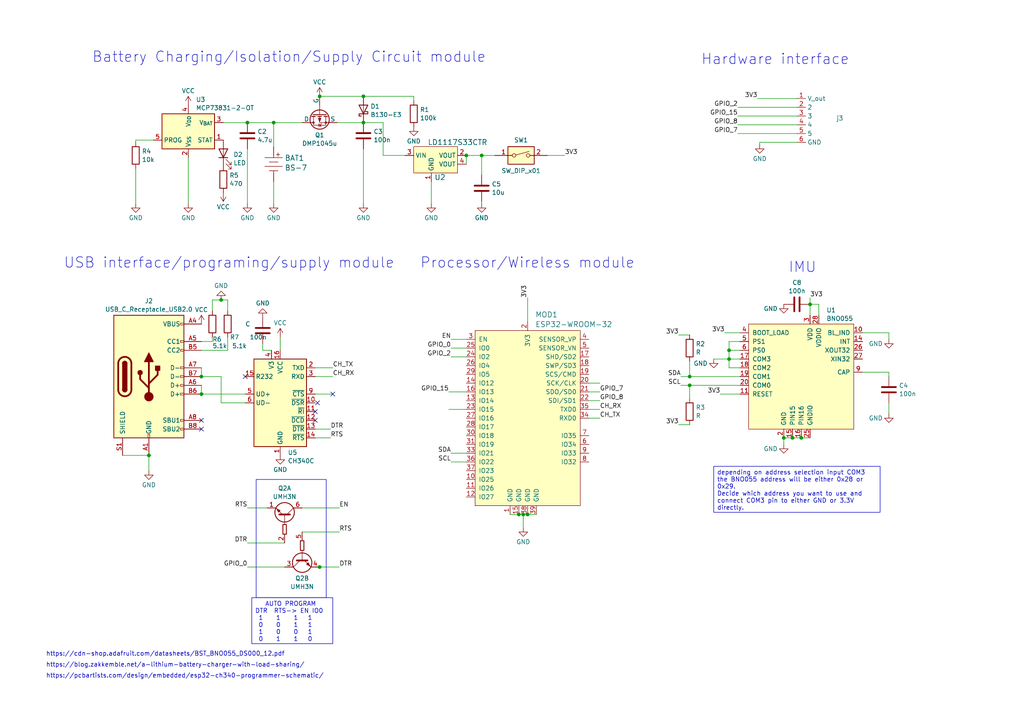
<source format=kicad_sch>
(kicad_sch (version 20230121) (generator eeschema)
  (paper "A4")
  (title_block (title "Haply interface for end effector") (date "2023-11-09") (rev "0") (company "Georgios Korres - AIMlab"))
  (lib_symbols
    (symbol "Battery_Management:MCP73831-2-OT"
      (property "Reference" "U" (at -7.62 6.35 0))
      (property "Value" "MCP73831-2-OT" (at 1.27 6.35 0))
      (symbol "MCP73831-2-OT_0_1"
        (rectangle (start -7.62 5.08) (end 7.62 -5.08) (stroke (width 0.254)) (fill (type background)))
      )
      (symbol "MCP73831-2-OT_1_1"
        (pin output line (at 10.16 -2.54 180) (length 2.54) (name "STAT") (number "1"))
        (pin power_in line (at 0 -7.62 90) (length 2.54) (name "V_{SS}") (number "2"))
        (pin power_out line (at 10.16 2.54 180) (length 2.54) (name "V_{BAT}") (number "3"))
        (pin power_in line (at 0 7.62 270) (length 2.54) (name "V_{DD}") (number "4"))
        (pin input line (at -10.16 -2.54 0) (length 2.54) (name "PROG") (number "5"))
      )
    )
    (symbol "Connector:USB_C_Receptacle_USB2.0" (pin_names (offset 1.016))
      (property "Reference" "J" (at -10.16 19.05 0))
      (property "Value" "USB_C_Receptacle_USB2.0" (at 19.05 19.05 0))
      (symbol "USB_C_Receptacle_USB2.0_0_0"
        (rectangle (start -0.254 -17.78) (end 0.254 -16.764))
        (rectangle (start 10.16 -14.986) (end 9.144 -15.494))
        (rectangle (start 10.16 -12.446) (end 9.144 -12.954))
        (rectangle (start 10.16 -4.826) (end 9.144 -5.334))
        (rectangle (start 10.16 -2.286) (end 9.144 -2.794))
        (rectangle (start 10.16 0.254) (end 9.144 -0.254))
        (rectangle (start 10.16 2.794) (end 9.144 2.286))
        (rectangle (start 10.16 7.874) (end 9.144 7.366))
        (rectangle (start 10.16 10.414) (end 9.144 9.906))
        (rectangle (start 10.16 15.494) (end 9.144 14.986))
      )
      (symbol "USB_C_Receptacle_USB2.0_0_1"
        (rectangle (start -10.16 17.78) (end 10.16 -17.78) (stroke (width 0.254)) (fill (type background)))
        (arc (start -8.89 -3.81) (mid -6.985 -5.7067) (end -5.08 -3.81) (stroke (width 0.508)))
        (arc (start -7.62 -3.81) (mid -6.985 -4.4423) (end -6.35 -3.81) (stroke (width 0.254)))
        (arc (start -7.62 -3.81) (mid -6.985 -4.4423) (end -6.35 -3.81) (stroke (width 0.254)) (fill (type outline)))
        (rectangle (start -7.62 -3.81) (end -6.35 3.81) (stroke (width 0.254)) (fill (type outline)))
        (arc (start -6.35 3.81) (mid -6.985 4.4423) (end -7.62 3.81) (stroke (width 0.254)))
        (arc (start -6.35 3.81) (mid -6.985 4.4423) (end -7.62 3.81) (stroke (width 0.254)) (fill (type outline)))
        (arc (start -5.08 3.81) (mid -6.985 5.7067) (end -8.89 3.81) (stroke (width 0.508)))
        (circle (center -2.54 1.143) (radius 0.635) (stroke (width 0.254)) (fill (type outline)))
        (circle (center 0 -5.842) (radius 1.27) (fill (type outline)))
        (polyline (pts (xy -8.89 -3.81) (xy -8.89 3.81)) (stroke (width 0.508)))
        (polyline (pts (xy -5.08 3.81) (xy -5.08 -3.81)) (stroke (width 0.508)))
        (polyline (pts (xy 0 -5.842) (xy 0 4.318)) (stroke (width 0.508)))
        (polyline (pts (xy 0 -3.302) (xy -2.54 -0.762) (xy -2.54 0.508)) (stroke (width 0.508)))
        (polyline (pts (xy 0 -2.032) (xy 2.54 0.508) (xy 2.54 1.778)) (stroke (width 0.508)))
        (polyline (pts (xy -1.27 4.318) (xy 0 6.858) (xy 1.27 4.318) (xy -1.27 4.318)) (stroke (width 0.254)) (fill (type outline)))
        (rectangle (start 1.905 1.778) (end 3.175 3.048) (stroke (width 0.254)) (fill (type outline)))
      )
      (symbol "USB_C_Receptacle_USB2.0_1_1"
        (pin passive line (at 0 -22.86 90) (length 5.08) (name "GND") (number "A1"))
        (pin passive line (at 0 -22.86 90) (length 5.08) hide (name "GND") (number "A12"))
        (pin passive line (at 15.24 15.24 180) (length 5.08) (name "VBUS") (number "A4"))
        (pin bidirectional line (at 15.24 10.16 180) (length 5.08) (name "CC1") (number "A5"))
        (pin bidirectional line (at 15.24 -2.54 180) (length 5.08) (name "D+") (number "A6"))
        (pin bidirectional line (at 15.24 2.54 180) (length 5.08) (name "D-") (number "A7"))
        (pin bidirectional line (at 15.24 -12.7 180) (length 5.08) (name "SBU1") (number "A8"))
        (pin passive line (at 15.24 15.24 180) (length 5.08) hide (name "VBUS") (number "A9"))
        (pin passive line (at 0 -22.86 90) (length 5.08) hide (name "GND") (number "B1"))
        (pin passive line (at 0 -22.86 90) (length 5.08) hide (name "GND") (number "B12"))
        (pin passive line (at 15.24 15.24 180) (length 5.08) hide (name "VBUS") (number "B4"))
        (pin bidirectional line (at 15.24 7.62 180) (length 5.08) (name "CC2") (number "B5"))
        (pin bidirectional line (at 15.24 -5.08 180) (length 5.08) (name "D+") (number "B6"))
        (pin bidirectional line (at 15.24 0 180) (length 5.08) (name "D-") (number "B7"))
        (pin bidirectional line (at 15.24 -15.24 180) (length 5.08) (name "SBU2") (number "B8"))
        (pin passive line (at 15.24 15.24 180) (length 5.08) hide (name "VBUS") (number "B9"))
        (pin passive line (at -7.62 -22.86 90) (length 5.08) (name "SHIELD") (number "S1"))
      )
    )
    (symbol "ConnectorLib:connector_Haply"
      (property "Reference" "j" (at 0 0 0))
      (symbol "connector_Haply_1_1"
        (pin output line (at 0 6.35 0) (length 2.54) (name "V_out") (number "1"))
        (pin output line (at 0 3.81 0) (length 2.54) (name "2") (number "2"))
        (pin output line (at 0 1.27 0) (length 2.54) (name "3") (number "3"))
        (pin output line (at 0 -1.27 0) (length 2.54) (name "4") (number "4"))
        (pin output line (at 0 -3.81 0) (length 2.54) (name "5") (number "5"))
        (pin output line (at 0 -6.35 0) (length 2.54) (name "GND") (number "6"))
      )
    )
    (symbol "Device:C" (pin_numbers hide) (pin_names (offset 0.254))
      (property "Reference" "C" (at 0.635 2.54 0))
      (property "Value" "C" (at 0.635 -2.54 0))
      (symbol "C_0_1"
        (polyline (pts (xy -2.032 -0.762) (xy 2.032 -0.762)) (stroke (width 0.508)))
        (polyline (pts (xy -2.032 0.762) (xy 2.032 0.762)) (stroke (width 0.508)))
      )
      (symbol "C_1_1"
        (pin passive line (at 0 3.81 270) (length 2.794) (name "~") (number "1"))
        (pin passive line (at 0 -3.81 90) (length 2.794) (name "~") (number "2"))
      )
    )
    (symbol "Device:LED" (pin_numbers hide) (pin_names (offset 1.016) hide)
      (property "Reference" "D" (at 0 2.54 0))
      (property "Value" "LED" (at 0 -2.54 0))
      (symbol "LED_0_1"
        (polyline (pts (xy -1.27 -1.27) (xy -1.27 1.27)) (stroke (width 0.254)))
        (polyline (pts (xy -1.27 0) (xy 1.27 0)))
        (polyline (pts (xy 1.27 -1.27) (xy 1.27 1.27) (xy -1.27 0) (xy 1.27 -1.27)) (stroke (width 0.254)))
        (polyline (pts (xy -3.048 -0.762) (xy -4.572 -2.286) (xy -3.81 -2.286) (xy -4.572 -2.286) (xy -4.572 -1.524)))
        (polyline (pts (xy -1.778 -0.762) (xy -3.302 -2.286) (xy -2.54 -2.286) (xy -3.302 -2.286) (xy -3.302 -1.524)))
      )
      (symbol "LED_1_1"
        (pin passive line (at -3.81 0 0) (length 2.54) (name "K") (number "1"))
        (pin passive line (at 3.81 0 180) (length 2.54) (name "A") (number "2"))
      )
    )
    (symbol "Device:R" (pin_numbers hide) (pin_names (offset 0))
      (property "Reference" "R" (at 2.032 0 90))
      (property "Value" "R" (at 0 0 90))
      (symbol "R_0_1"
        (rectangle (start -1.016 -2.54) (end 1.016 2.54) (stroke (width 0.254)))
      )
      (symbol "R_1_1"
        (pin passive line (at 0 3.81 270) (length 1.27) (name "~") (number "1"))
        (pin passive line (at 0 -3.81 90) (length 1.27) (name "~") (number "2"))
      )
    )
    (symbol "Diode:B130-E3" (pin_numbers hide) (pin_names hide)
      (property "Reference" "D" (at 0 2.54 0))
      (property "Value" "B130-E3" (at 0 -2.54 0))
      (symbol "B130-E3_0_1"
        (polyline (pts (xy 1.27 0) (xy -1.27 0)))
        (polyline (pts (xy 1.27 1.27) (xy 1.27 -1.27) (xy -1.27 0) (xy 1.27 1.27)) (stroke (width 0.254)))
        (polyline (pts (xy -1.905 0.635) (xy -1.905 1.27) (xy -1.27 1.27) (xy -1.27 -1.27) (xy -0.635 -1.27) (xy -0.635 -0.635)) (stroke (width 0.254)))
      )
      (symbol "B130-E3_1_1"
        (pin passive line (at -3.81 0 0) (length 2.54) (name "K") (number "1"))
        (pin passive line (at 3.81 0 180) (length 2.54) (name "A") (number "2"))
      )
    )
    (symbol "Interface_USB:CH340C"
      (property "Reference" "U" (at -5.08 13.97 0))
      (property "Value" "CH340C" (at 1.27 13.97 0))
      (symbol "CH340C_0_1"
        (rectangle (start -7.62 12.7) (end 7.62 -12.7) (stroke (width 0.254)) (fill (type background)))
      )
      (symbol "CH340C_1_1"
        (pin power_in line (at 0 -15.24 90) (length 2.54) (name "GND") (number "1"))
        (pin input line (at 10.16 0 180) (length 2.54) (name "~{DSR}") (number "10"))
        (pin input line (at 10.16 -2.54 180) (length 2.54) (name "~{RI}") (number "11"))
        (pin input line (at 10.16 -5.08 180) (length 2.54) (name "~{DCD}") (number "12"))
        (pin output line (at 10.16 -7.62 180) (length 2.54) (name "~{DTR}") (number "13"))
        (pin output line (at 10.16 -10.16 180) (length 2.54) (name "~{RTS}") (number "14"))
        (pin input line (at -10.16 7.62 0) (length 2.54) (name "R232") (number "15"))
        (pin power_in line (at 0 15.24 270) (length 2.54) (name "VCC") (number "16"))
        (pin output line (at 10.16 10.16 180) (length 2.54) (name "TXD") (number "2"))
        (pin input line (at 10.16 7.62 180) (length 2.54) (name "RXD") (number "3"))
        (pin passive line (at -2.54 15.24 270) (length 2.54) (name "V3") (number "4"))
        (pin bidirectional line (at -10.16 2.54 0) (length 2.54) (name "UD+") (number "5"))
        (pin bidirectional line (at -10.16 0 0) (length 2.54) (name "UD-") (number "6"))
        (pin no_connect line (at -7.62 -7.62 0) (length 2.54) hide (name "NC") (number "7"))
        (pin no_connect line (at -7.62 -10.16 0) (length 2.54) hide (name "NC") (number "8"))
        (pin input line (at 10.16 2.54 180) (length 2.54) (name "~{CTS}") (number "9"))
      )
    )
    (symbol "Simulation_SPICE:PMOS" (pin_numbers hide) (pin_names (offset 0))
      (property "Reference" "Q" (at 5.08 1.27 0))
      (property "Value" "PMOS" (at 5.08 -1.27 0))
      (symbol "PMOS_0_1"
        (polyline (pts (xy 0.254 0) (xy -2.54 0)))
        (polyline (pts (xy 0.254 1.905) (xy 0.254 -1.905)) (stroke (width 0.254)))
        (polyline (pts (xy 0.762 -1.27) (xy 0.762 -2.286)) (stroke (width 0.254)))
        (polyline (pts (xy 0.762 0.508) (xy 0.762 -0.508)) (stroke (width 0.254)))
        (polyline (pts (xy 0.762 2.286) (xy 0.762 1.27)) (stroke (width 0.254)))
        (polyline (pts (xy 2.54 2.54) (xy 2.54 1.778)))
        (polyline (pts (xy 2.54 -2.54) (xy 2.54 0) (xy 0.762 0)))
        (polyline (pts (xy 0.762 1.778) (xy 3.302 1.778) (xy 3.302 -1.778) (xy 0.762 -1.778)))
        (polyline (pts (xy 2.286 0) (xy 1.27 0.381) (xy 1.27 -0.381) (xy 2.286 0)) (fill (type outline)))
        (polyline (pts (xy 2.794 -0.508) (xy 2.921 -0.381) (xy 3.683 -0.381) (xy 3.81 -0.254)))
        (polyline (pts (xy 3.302 -0.381) (xy 2.921 0.254) (xy 3.683 0.254) (xy 3.302 -0.381)))
        (circle (center 1.651 0) (radius 2.794) (stroke (width 0.254)))
        (circle (center 2.54 -1.778) (radius 0.254) (fill (type outline)))
        (circle (center 2.54 1.778) (radius 0.254) (fill (type outline)))
      )
      (symbol "PMOS_1_1"
        (pin passive line (at 2.54 5.08 270) (length 2.54) (name "D") (number "1"))
        (pin input line (at -5.08 0 0) (length 2.54) (name "G") (number "2"))
        (pin passive line (at 2.54 -5.08 90) (length 2.54) (name "S") (number "3"))
      )
    )
    (symbol "Switch:SW_DIP_x01" (pin_names (offset 0) hide)
      (property "Reference" "SW" (at 0 3.81 0))
      (property "Value" "SW_DIP_x01" (at 0 -3.81 0))
      (symbol "SW_DIP_x01_0_0"
        (circle (center -2.032 0) (radius 0.508))
        (polyline (pts (xy -1.524 0.127) (xy 2.3622 1.1684)))
        (circle (center 2.032 0) (radius 0.508))
      )
      (symbol "SW_DIP_x01_0_1"
        (rectangle (start -3.81 2.54) (end 3.81 -2.54) (stroke (width 0.254)) (fill (type background)))
      )
      (symbol "SW_DIP_x01_1_1"
        (pin passive line (at -7.62 0 0) (length 5.08) (name "~") (number "1"))
        (pin passive line (at 7.62 0 180) (length 5.08) (name "~") (number "2"))
      )
    )
    (symbol "Transistor_BJT:UMH3N" (pin_names hide)
      (property "Reference" "Q" (at 7.62 1.27 0))
      (property "Value" "UMH3N" (at 7.62 -1.27 0))
      (symbol "UMH3N_0_1"
        (polyline (pts (xy 3.175 0) (xy 0.254 0)))
        (polyline (pts (xy 3.175 0.635) (xy 5.08 2.54)))
        (polyline (pts (xy 3.175 1.524) (xy 3.175 -1.524)) (stroke (width 0.508)))
        (polyline (pts (xy 3.175 -0.635) (xy 5.08 -2.54) (xy 5.08 -2.54)))
        (polyline (pts (xy 3.81 -1.778) (xy 4.318 -1.27) (xy 4.826 -2.286) (xy 3.81 -1.778) (xy 3.81 -1.778)) (fill (type outline)))
        (rectangle (start 0.254 0.508) (end -2.54 -0.508) (stroke (width 0.254)))
        (circle (center 3.81 0) (radius 2.8194) (stroke (width 0.254)))
      )
      (symbol "UMH3N_1_1"
        (pin passive line (at 5.08 -5.08 90) (length 2.54) (name "E1") (number "1"))
        (pin input line (at -5.08 0 0) (length 2.54) (name "B1") (number "2"))
        (pin passive line (at 5.08 5.08 270) (length 2.54) (name "C1") (number "6"))
      )
      (symbol "UMH3N_2_1"
        (pin passive line (at 5.08 5.08 270) (length 2.54) (name "C2") (number "3"))
        (pin passive line (at 5.08 -5.08 90) (length 2.54) (name "E2") (number "4"))
        (pin input line (at -5.08 0 0) (length 2.54) (name "B2") (number "5"))
      )
    )
    (symbol "dk_Battery-Holders-Clips-Contacts:BS-7" (pin_numbers hide) (pin_names (offset 1.016))
      (property "Reference" "BAT" (at -1.27 3.81 0))
      (property "Value" "BS-7" (at -1.27 -3.81 0))
      (symbol "BS-7_1_1"
        (polyline (pts (xy 0 -2.54) (xy 0 -1.905)))
        (polyline (pts (xy 0 1.905) (xy 0 2.54)))
        (polyline (pts (xy 1.27 -1.905) (xy -1.27 -1.905)))
        (polyline (pts (xy 1.27 0.635) (xy -1.27 0.635)))
        (polyline (pts (xy 1.27 2.286) (xy 1.27 3.302)))
        (polyline (pts (xy 1.778 2.794) (xy 0.762 2.794)))
        (polyline (pts (xy 2.54 -0.635) (xy -2.54 -0.635)))
        (polyline (pts (xy 2.54 1.905) (xy -2.54 1.905)))
        (pin power_out line (at 0 -5.08 90) (length 2.54) (name "~") (number "Neg"))
        (pin power_out line (at 0 5.08 270) (length 2.54) (name "~") (number "Pos"))
      )
    )
    (symbol "dk_Motion-Sensors-IMUs-Inertial-Measurement-Units:BNO055" (pin_names (offset 1.016))
      (property "Reference" "U" (at -15.24 13.97 0))
      (property "Value" "BNO055" (at -1.27 -1.27 90))
      (symbol "BNO055_0_1"
        (rectangle (start -15.24 12.7) (end 15.24 -17.78) (fill (type background)))
      )
      (symbol "BNO055_1_1"
        (pin no_connect line (at -15.24 -10.16 0) (length 2.54) hide (name "PIN1") (number "1"))
        (pin output line (at 17.78 10.16 180) (length 2.54) (name "BL_IND") (number "10"))
        (pin input line (at -17.78 -7.62 0) (length 2.54) (name "RESET") (number "11"))
        (pin no_connect line (at 15.24 -16.51 180) (length 2.54) hide (name "PIN12") (number "12"))
        (pin no_connect line (at 15.24 -13.97 180) (length 2.54) hide (name "PIN13") (number "13"))
        (pin output line (at 17.78 7.62 180) (length 2.54) (name "INT") (number "14"))
        (pin power_in line (at -2.54 -20.32 90) (length 2.54) (name "PIN15") (number "15"))
        (pin power_in line (at 0 -20.32 90) (length 2.54) (name "PIN16") (number "16"))
        (pin input line (at -17.78 2.54 0) (length 2.54) (name "COM3") (number "17"))
        (pin input line (at -17.78 0 0) (length 2.54) (name "COM2") (number "18"))
        (pin input line (at -17.78 -2.54 0) (length 2.54) (name "COM1") (number "19"))
        (pin power_in line (at -5.08 -20.32 90) (length 2.54) (name "GND") (number "2"))
        (pin input line (at -17.78 -5.08 0) (length 2.54) (name "COM0") (number "20"))
        (pin no_connect line (at 15.24 -11.43 180) (length 2.54) hide (name "PIN21") (number "21"))
        (pin no_connect line (at 15.24 -8.89 180) (length 2.54) hide (name "PIN22") (number "22"))
        (pin no_connect line (at 15.24 -6.35 180) (length 2.54) hide (name "PIN23") (number "23"))
        (pin no_connect line (at 15.24 -3.81 180) (length 2.54) hide (name "PIN24") (number "24"))
        (pin power_in line (at 2.54 -20.32 90) (length 2.54) (name "GNDIO") (number "25"))
        (pin output line (at 17.78 5.08 180) (length 2.54) (name "XOUT32") (number "26"))
        (pin input line (at 17.78 2.54 180) (length 2.54) (name "XIN32") (number "27"))
        (pin power_in line (at 5.08 15.24 270) (length 2.54) (name "VDDIO") (number "28"))
        (pin power_in line (at 2.54 15.24 270) (length 2.54) (name "VDD") (number "3"))
        (pin input line (at -17.78 10.16 0) (length 2.54) (name "BOOT_LOAD") (number "4"))
        (pin input line (at -17.78 7.62 0) (length 2.54) (name "PS1") (number "5"))
        (pin input line (at -17.78 5.08 0) (length 2.54) (name "PS0") (number "6"))
        (pin no_connect line (at -15.24 -12.7 0) (length 2.54) hide (name "PIN7") (number "7"))
        (pin no_connect line (at -15.24 -15.24 0) (length 2.54) hide (name "PIN8") (number "8"))
        (pin passive line (at 17.78 -1.27 180) (length 2.54) (name "CAP") (number "9"))
      )
    )
    (symbol "dk_PMIC-Voltage-Regulators-Linear:LD1117S33CTR"
      (property "Reference" "U" (at 1.27 3.81 0))
      (property "Value" "LD1117S33CTR" (at 1.27 6.35 0))
      (symbol "LD1117S33CTR_1_1"
        (rectangle (start -5.08 2.54) (end 7.62 -5.08) (fill (type background)))
        (pin power_in line (at 0 -7.62 90) (length 2.54) (name "GND") (number "1"))
        (pin power_out line (at 10.16 0 180) (length 2.54) (name "VOUT") (number "2"))
        (pin power_in line (at -7.62 0 0) (length 2.54) (name "VIN") (number "3"))
        (pin power_out line (at 10.16 -2.54 180) (length 2.54) (name "VOUT") (number "4"))
      )
    )
    (symbol "dk_RF-Transceiver-Modules:ESP32-WROOM-32" (pin_names (offset 1.016))
      (property "Reference" "MOD" (at -10.16 1.27 0))
      (property "Value" "ESP32-WROOM-32" (at 5.08 -25.4 90))
      (symbol "ESP32-WROOM-32_0_1"
        (rectangle (start -10.16 0) (end 20.32 -50.8) (fill (type background)))
      )
      (symbol "ESP32-WROOM-32_1_1"
        (pin power_in line (at 0 -53.34 90) (length 2.54) (name "GND") (number "1"))
        (pin bidirectional line (at -12.7 -43.18 0) (length 2.54) (name "IO25") (number "10"))
        (pin bidirectional line (at -12.7 -45.72 0) (length 2.54) (name "IO26") (number "11"))
        (pin bidirectional line (at -12.7 -48.26 0) (length 2.54) (name "IO27") (number "12"))
        (pin bidirectional line (at -12.7 -20.32 0) (length 2.54) (name "IO14") (number "13"))
        (pin bidirectional line (at -12.7 -15.24 0) (length 2.54) (name "IO12") (number "14"))
        (pin power_in line (at 2.54 -53.34 90) (length 2.54) (name "GND") (number "15"))
        (pin bidirectional line (at -12.7 -17.78 0) (length 2.54) (name "IO13") (number "16"))
        (pin bidirectional line (at 22.86 -7.62 180) (length 2.54) (name "SHD/SD2") (number "17"))
        (pin bidirectional line (at 22.86 -10.16 180) (length 2.54) (name "SWP/SD3") (number "18"))
        (pin bidirectional line (at 22.86 -12.7 180) (length 2.54) (name "SCS/CMD") (number "19"))
        (pin power_in line (at 5.08 2.54 270) (length 2.54) (name "3V3") (number "2"))
        (pin bidirectional line (at 22.86 -15.24 180) (length 2.54) (name "SCK/CLK") (number "20"))
        (pin bidirectional line (at 22.86 -17.78 180) (length 2.54) (name "SDO/SD0") (number "21"))
        (pin bidirectional line (at 22.86 -20.32 180) (length 2.54) (name "SDI/SD1") (number "22"))
        (pin bidirectional line (at -12.7 -22.86 0) (length 2.54) (name "IO15") (number "23"))
        (pin bidirectional line (at -12.7 -7.62 0) (length 2.54) (name "IO2") (number "24"))
        (pin bidirectional line (at -12.7 -5.08 0) (length 2.54) (name "IO0") (number "25"))
        (pin bidirectional line (at -12.7 -10.16 0) (length 2.54) (name "IO4") (number "26"))
        (pin bidirectional line (at -12.7 -25.4 0) (length 2.54) (name "IO16") (number "27"))
        (pin bidirectional line (at -12.7 -27.94 0) (length 2.54) (name "IO17") (number "28"))
        (pin bidirectional line (at -12.7 -12.7 0) (length 2.54) (name "IO5") (number "29"))
        (pin input line (at -12.7 -2.54 0) (length 2.54) (name "EN") (number "3"))
        (pin bidirectional line (at -12.7 -30.48 0) (length 2.54) (name "IO18") (number "30"))
        (pin bidirectional line (at -12.7 -33.02 0) (length 2.54) (name "IO19") (number "31"))
        (pin no_connect line (at 20.32 -43.18 180) (length 2.54) hide (name "NC") (number "32"))
        (pin bidirectional line (at -12.7 -35.56 0) (length 2.54) (name "IO21") (number "33"))
        (pin bidirectional line (at 22.86 -25.4 180) (length 2.54) (name "RXD0") (number "34"))
        (pin bidirectional line (at 22.86 -22.86 180) (length 2.54) (name "TXD0") (number "35"))
        (pin bidirectional line (at -12.7 -38.1 0) (length 2.54) (name "IO22") (number "36"))
        (pin bidirectional line (at -12.7 -40.64 0) (length 2.54) (name "IO23") (number "37"))
        (pin power_in line (at 5.08 -53.34 90) (length 2.54) (name "GND") (number "38"))
        (pin power_in line (at 7.62 -53.34 90) (length 2.54) (name "GND") (number "39"))
        (pin input line (at 22.86 -2.54 180) (length 2.54) (name "SENSOR_VP") (number "4"))
        (pin input line (at 22.86 -5.08 180) (length 2.54) (name "SENSOR_VN") (number "5"))
        (pin bidirectional line (at 22.86 -33.02 180) (length 2.54) (name "IO34") (number "6"))
        (pin bidirectional line (at 22.86 -30.48 180) (length 2.54) (name "IO35") (number "7"))
        (pin bidirectional line (at 22.86 -38.1 180) (length 2.54) (name "IO32") (number "8"))
        (pin bidirectional line (at 22.86 -35.56 180) (length 2.54) (name "IO33") (number "9"))
      )
    )
    (symbol "power:GND" (power) (pin_names (offset 0))
      (property "Value" "GND" (at 0 -3.81 0))
      (symbol "GND_0_1"
        (polyline (pts (xy 0 0) (xy 0 -1.27) (xy 1.27 -1.27) (xy 0 -2.54) (xy -1.27 -1.27) (xy 0 -1.27)))
      )
      (symbol "GND_1_1"
        (pin power_in line (at 0 0 270) (length 0) hide (name "GND") (number "1"))
      )
    )
    (symbol "power:VCC" (power) (pin_names (offset 0))
      (property "Value" "VCC" (at 0 3.81 0))
      (symbol "VCC_0_1"
        (polyline (pts (xy -0.762 1.27) (xy 0 2.54)))
        (polyline (pts (xy 0 0) (xy 0 2.54)))
        (polyline (pts (xy 0 2.54) (xy 0.762 1.27)))
      )
      (symbol "VCC_1_1"
        (pin power_in line (at 0 0 90) (length 0) hide (name "VCC") (number "1"))
      )
    )
  )
  (junction (at 105.41 27.94))
  (junction (at 234.95 88.265))
  (junction (at 92.71 27.94))
  (junction (at 105.41 35.56))
  (junction (at 139.7 45.085))
  (junction (at 151.765 149.225))
  (junction (at 58.42 114.3))
  (junction (at 211.455 104.14))
  (junction (at 229.87 127))
  (junction (at 64.135 86.995))
  (junction (at 43.18 132.08))
  (junction (at 150.495 149.225))
  (junction (at 71.755 35.56))
  (junction (at 200.025 109.22))
  (junction (at 92.71 164.465))
  (junction (at 211.455 101.6))
  (junction (at 153.035 149.225))
  (junction (at 79.375 35.56))
  (junction (at 58.42 109.22))
  (junction (at 232.41 127))
  (junction (at 227.33 127))
  (junction (at 200.025 111.76))
  (junction (at 135.255 45.085))
  (no_connect (at 92.075 116.84))
  (no_connect (at 71.12 109.22))
  (no_connect (at 91.44 121.92))
  (no_connect (at 96.52 114.3))
  (no_connect (at 58.42 121.92))
  (no_connect (at 91.44 119.38))
  (no_connect (at 58.42 124.46))
  (wire (pts (xy 66.04 86.995) (xy 64.135 86.995)))
  (wire (pts (xy 196.85 97.155) (xy 200.025 97.155)))
  (wire (pts (xy 214.63 106.68) (xy 211.455 106.68)))
  (wire (pts (xy 76.2 99.695) (xy 76.2 101.6)))
  (wire (pts (xy 111.125 45.085) (xy 111.125 35.56)))
  (wire (pts (xy 219.71 28.575) (xy 231.14 28.575)))
  (wire (pts (xy 170.815 113.665) (xy 173.99 113.665)))
  (wire (pts (xy 139.7 45.085) (xy 139.7 50.8)))
  (wire (pts (xy 200.025 109.22) (xy 214.63 109.22)))
  (wire (pts (xy 120.015 29.21) (xy 120.015 27.94)))
  (wire (pts (xy 211.455 104.14) (xy 214.63 104.14)))
  (wire (pts (xy 66.04 90.17) (xy 66.04 86.995)))
  (wire (pts (xy 232.41 127) (xy 234.95 127)))
  (wire (pts (xy 111.125 35.56) (xy 105.41 35.56)))
  (wire (pts (xy 250.19 107.95) (xy 257.81 107.95)))
  (wire (pts (xy 64.135 86.995) (xy 61.595 86.995)))
  (wire (pts (xy 130.81 98.425) (xy 135.255 98.425)))
  (wire (pts (xy 58.42 114.3) (xy 71.12 114.3)))
  (wire (pts (xy 87.63 154.305) (xy 98.425 154.305)))
  (wire (pts (xy 210.185 96.52) (xy 214.63 96.52)))
  (wire (pts (xy 147.955 149.225) (xy 150.495 149.225)))
  (wire (pts (xy 39.37 48.895) (xy 39.37 59.055)))
  (wire (pts (xy 105.41 43.18) (xy 105.41 59.055)))
  (wire (pts (xy 197.485 109.22) (xy 200.025 109.22)))
  (wire (pts (xy 257.81 96.52) (xy 257.81 98.425)))
  (wire (pts (xy 158.75 45.085) (xy 163.83 45.085)))
  (wire (pts (xy 153.035 149.225) (xy 155.575 149.225)))
  (wire (pts (xy 39.37 40.64) (xy 39.37 41.275)))
  (wire (pts (xy 71.755 43.18) (xy 71.755 59.055)))
  (wire (pts (xy 231.14 41.275) (xy 220.345 41.275)))
  (wire (pts (xy 151.765 149.225) (xy 151.765 153.035)))
  (wire (pts (xy 135.255 47.625) (xy 135.255 45.085)))
  (wire (pts (xy 151.765 149.225) (xy 153.035 149.225)))
  (wire (pts (xy 81.28 97.79) (xy 81.28 101.6)))
  (wire (pts (xy 220.345 41.275) (xy 220.345 41.91)))
  (wire (pts (xy 43.18 132.08) (xy 43.18 136.525)))
  (wire (pts (xy 91.44 127) (xy 95.885 127)))
  (wire (pts (xy 91.44 106.68) (xy 96.52 106.68)))
  (wire (pts (xy 139.7 58.42) (xy 139.7 59.055)))
  (wire (pts (xy 196.85 123.19) (xy 200.025 123.19)))
  (wire (pts (xy 130.81 100.965) (xy 135.255 100.965)))
  (wire (pts (xy 64.135 109.22) (xy 64.135 116.84)))
  (wire (pts (xy 58.42 109.22) (xy 64.135 109.22)))
  (wire (pts (xy 92.71 27.94) (xy 105.41 27.94)))
  (wire (pts (xy 207.01 104.14) (xy 211.455 104.14)))
  (wire (pts (xy 170.815 111.125) (xy 173.99 111.125)))
  (wire (pts (xy 43.18 132.08) (xy 43.815 132.08)))
  (wire (pts (xy 58.42 99.06) (xy 61.595 99.06)))
  (wire (pts (xy 92.075 164.465) (xy 92.71 164.465)))
  (wire (pts (xy 91.44 114.3) (xy 96.52 114.3)))
  (wire (pts (xy 54.61 45.72) (xy 54.61 59.055)))
  (wire (pts (xy 135.255 45.085) (xy 139.7 45.085)))
  (wire (pts (xy 64.135 116.84) (xy 71.12 116.84)))
  (wire (pts (xy 213.995 33.655) (xy 231.14 33.655)))
  (wire (pts (xy 92.71 164.465) (xy 98.425 164.465)))
  (wire (pts (xy 227.33 127) (xy 227.33 128.905)))
  (wire (pts (xy 200.025 111.76) (xy 214.63 111.76)))
  (wire (pts (xy 91.44 109.22) (xy 96.52 109.22)))
  (wire (pts (xy 211.455 99.06) (xy 211.455 101.6)))
  (wire (pts (xy 229.87 127) (xy 232.41 127)))
  (wire (pts (xy 234.95 86.36) (xy 234.95 88.265)))
  (wire (pts (xy 150.495 149.225) (xy 151.765 149.225)))
  (wire (pts (xy 78.74 101.6) (xy 76.2 101.6)))
  (wire (pts (xy 35.56 132.08) (xy 43.18 132.08)))
  (wire (pts (xy 200.025 104.775) (xy 200.025 109.22)))
  (wire (pts (xy 91.44 124.46) (xy 95.885 124.46)))
  (wire (pts (xy 257.81 107.95) (xy 257.81 109.22)))
  (wire (pts (xy 234.95 88.265) (xy 237.49 88.265)))
  (wire (pts (xy 211.455 101.6) (xy 211.455 104.14)))
  (wire (pts (xy 208.915 114.3) (xy 214.63 114.3)))
  (wire (pts (xy 125.095 52.705) (xy 125.095 59.055)))
  (wire (pts (xy 71.755 164.465) (xy 82.55 164.465)))
  (wire (pts (xy 211.455 101.6) (xy 214.63 101.6)))
  (wire (pts (xy 79.375 35.56) (xy 79.375 42.545)))
  (wire (pts (xy 250.19 96.52) (xy 257.81 96.52)))
  (wire (pts (xy 66.04 97.79) (xy 66.04 101.6)))
  (wire (pts (xy 200.025 111.76) (xy 200.025 115.57)))
  (wire (pts (xy 139.7 45.085) (xy 143.51 45.085)))
  (wire (pts (xy 61.595 86.995) (xy 61.595 90.17)))
  (wire (pts (xy 111.125 45.085) (xy 117.475 45.085)))
  (wire (pts (xy 130.81 103.505) (xy 135.255 103.505)))
  (wire (pts (xy 170.815 116.205) (xy 173.99 116.205)))
  (wire (pts (xy 105.41 27.94) (xy 120.015 27.94)))
  (wire (pts (xy 71.755 157.48) (xy 82.55 157.48)))
  (wire (pts (xy 71.755 147.32) (xy 77.47 147.32)))
  (wire (pts (xy 130.81 131.445) (xy 135.255 131.445)))
  (wire (pts (xy 44.45 40.64) (xy 39.37 40.64)))
  (wire (pts (xy 71.755 35.56) (xy 79.375 35.56)))
  (wire (pts (xy 197.485 111.76) (xy 200.025 111.76)))
  (wire (pts (xy 211.455 99.06) (xy 214.63 99.06)))
  (wire (pts (xy 58.42 111.76) (xy 58.42 114.3)))
  (wire (pts (xy 79.375 52.705) (xy 79.375 59.055)))
  (wire (pts (xy 130.175 118.745) (xy 135.255 118.745)))
  (wire (pts (xy 213.995 31.115) (xy 231.14 31.115)))
  (wire (pts (xy 130.81 133.985) (xy 135.255 133.985)))
  (wire (pts (xy 170.815 118.745) (xy 173.99 118.745)))
  (wire (pts (xy 130.175 113.665) (xy 135.255 113.665)))
  (wire (pts (xy 58.42 101.6) (xy 66.04 101.6)))
  (wire (pts (xy 153.035 86.36) (xy 153.035 93.345)))
  (wire (pts (xy 87.63 147.32) (xy 98.425 147.32)))
  (wire (pts (xy 64.77 35.56) (xy 71.755 35.56)))
  (wire (pts (xy 227.33 127) (xy 229.87 127)))
  (wire (pts (xy 257.81 116.84) (xy 257.81 120.015)))
  (wire (pts (xy 97.79 35.56) (xy 105.41 35.56)))
  (wire (pts (xy 61.595 97.79) (xy 61.595 99.06)))
  (wire (pts (xy 79.375 35.56) (xy 87.63 35.56)))
  (wire (pts (xy 211.455 106.68) (xy 211.455 104.14)))
  (wire (pts (xy 237.49 88.265) (xy 237.49 91.44)))
  (wire (pts (xy 234.95 91.44) (xy 234.95 88.265)))
  (wire (pts (xy 213.995 38.735) (xy 231.14 38.735)))
  (wire (pts (xy 213.995 36.195) (xy 231.14 36.195)))
  (wire (pts (xy 58.42 106.68) (xy 58.42 109.22)))
  (wire (pts (xy 170.815 121.285) (xy 173.99 121.285)))
  (rectangle (start 74.295 139.065) (end 94.615 173.355))
  (text_box "   AUTO PROGRAM\nDTR  RTS-> EN IO0\n 1    1    1   1\n 0    0    1   1\n 1    0    0   1\n 0    1    1   0" (at 73.025 173.355 0) (size 23.495 13.335) (effects (font (size 1.27 1.27)) (justify left top)))
  (text_box "depending on address selection input COM3 \nthe BNO055 address will be either 0x28 or 0x29. \nDecide which address you want to use and \nconnect COM3 pin to either GND or 3.3V directly." (at 207.01 135.255 0) (size 48.26 13.335) (effects (font (size 1.27 1.27)) (justify left top)))
  (text "Battery Charging/Isolation/Supply Circuit module" (at 26.67 18.415 0) (effects (font (size 3 3)) (justify left bottom)))
  (text "USB interface/programing/supply module" (at 18.415 78.105 0) (effects (font (size 3 3)) (justify left bottom)))
  (text "Processor/Wireless module" (at 184.15 78.105 0) (effects (font (size 3 3)) (justify right bottom)))
  (text "IMU" (at 236.855 79.375 0) (effects (font (size 3 3)) (justify right bottom)))
  (text "https://pcbartists.com/design/embedded/esp32-ch340-programmer-schematic/" (at 13.335 196.85 0) (effects (font (size 1.27 1.27)) (justify left bottom)))
  (text "https://blog.zakkemble.net/a-lithium-battery-charger-with-load-sharing/" (at 13.335 193.675 0) (effects (font (size 1.27 1.27)) (justify left bottom)))
  (text "Hardware interface" (at 246.38 19.05 0) (effects (font (size 3 3)) (justify right bottom)))
  (text "https://cdn-shop.adafruit.com/datasheets/BST_BNO055_DS000_12.pdf" (at 13.335 190.5 0) (effects (font (size 1.27 1.27)) (justify left bottom)))
  (label "CH_RX" (at 173.99 118.745 0))
  (label "GPIO_7" (at 213.995 38.735 180))
  (label "DTR" (at 71.755 157.48 180))
  (label "3V3" (at 208.915 114.3 180))
  (label "3V3" (at 153.035 86.36 90))
  (label "SCL" (at 130.81 133.985 180))
  (label "3V3" (at 234.95 86.36 0))
  (label "GPIO_2" (at 213.995 31.115 180))
  (label "GPIO_0" (at 130.81 100.965 180))
  (label "RTS" (at 98.425 154.305 0))
  (label "3V3" (at 196.85 123.19 180))
  (label "CH_RX" (at 96.52 109.22 0))
  (label "GPIO_8" (at 213.995 36.195 180))
  (label "SDA" (at 197.485 109.22 180))
  (label "GPIO_15" (at 130.175 113.665 180))
  (label "CH_TX" (at 96.52 106.68 0))
  (label "3V3" (at 163.83 45.085 0))
  (label "DTR" (at 98.425 164.465 0))
  (label "DTR" (at 95.885 124.46 0))
  (label "RTS" (at 95.885 127 0))
  (label "GPIO_0" (at 71.755 164.465 180))
  (label "SDA" (at 130.81 131.445 180))
  (label "EN" (at 130.81 98.425 180))
  (label "GPIO_7" (at 173.99 113.665 0))
  (label "SCL" (at 197.485 111.76 180))
  (label "CH_TX" (at 173.99 121.285 0))
  (label "GPIO_8" (at 173.99 116.205 0))
  (label "GPIO_2" (at 130.81 103.505 180))
  (label "EN" (at 98.425 147.32 0))
  (label "RTS" (at 71.755 147.32 180))
  (label "3V3" (at 210.185 96.52 180))
  (label "3V3" (at 219.71 28.575 180))
  (label "GPIO_15" (at 213.995 33.655 180))
  (label "3V3" (at 196.85 97.155 180))
  (symbol (lib_id "power:GND") (at 257.81 120.015 0) (unit 1)
    (property "Reference" "#PWR027" (effects hide))
    (property "Value" "GND" (at 254 121.285 0))
  )
  (symbol (lib_id "Device:C") (at 139.7 54.61 0) (unit 1)
    (property "Reference" "C5" (at 142.621 53.3979 0) (effects (justify left)))
    (property "Value" "10u" (at 142.621 55.8221 0) (effects (justify left)))
    (property "Footprint" "Capacitor_SMD:C_0603_1608Metric" (effects hide))
  )
  (symbol (lib_id "power:GND") (at 43.18 136.525 0) (unit 1)
    (property "Reference" "#PWR02" (effects hide))
    (property "Value" "GND" (at 43.18 140.6581 0))
  )
  (symbol (lib_id "dk_PMIC-Voltage-Regulators-Linear:LD1117S33CTR") (at 125.095 45.085 0) (unit 1)
    (property "Reference" "U2" (at 127.635 51.435 0) (effects (font (size 1.524 1.524))))
    (property "Value" "LD1117S33CTR" (at 132.715 41.275 0) (effects (font (size 1.524 1.524))))
    (property "Footprint" "digikey-footprints:SOT-223" (effects hide))
    (property "Datasheet" "http://www.st.com/content/ccc/resource/technical/document/datasheet/99/3b/7d/91/91/51/4b/be/CD00000544.pdf/files/CD00000544.pdf/jcr:content/translations/en.CD00000544.pdf" (effects hide))
    (property "Digi-Key_PN" "497-1241-1-ND" (effects hide))
    (property "MPN" "LD1117S33CTR" (effects hide))
    (property "Category" "Integrated Circuits (ICs)" (effects hide))
    (property "Family" "PMIC - Voltage Regulators - Linear" (effects hide))
    (property "DK_Datasheet_Link" "http://www.st.com/content/ccc/resource/technical/document/datasheet/99/3b/7d/91/91/51/4b/be/CD00000544.pdf/files/CD00000544.pdf/jcr:content/translations/en.CD00000544.pdf" (effects hide))
    (property "DK_Detail_Page" "/product-detail/en/stmicroelectronics/LD1117S33CTR/497-1241-1-ND/586241" (effects hide))
    (property "Description" "IC REG LINEAR 3.3V 800MA SOT223" (effects hide))
    (property "Manufacturer" "STMicroelectronics" (effects hide))
    (property "Status" "Active" (effects hide))
  )
  (symbol (lib_id "Simulation_SPICE:PMOS") (at 92.71 33.02 90) (mirror x) (unit 1)
    (property "Reference" "Q1" (at 92.71 39.1851 90))
    (property "Value" "DMP1045u" (at 92.71 41.6093 90))
    (property "Footprint" "Package_TO_SOT_SMD:SOT-23-3" (effects hide))
    (property "Datasheet" "https://ngspice.sourceforge.io/docs/ngspice-manual.pdf" (effects hide))
    (property "Sim.Device" "PMOS" (effects hide))
    (property "Sim.Type" "VDMOS" (effects hide))
    (property "Sim.Pins" "1=D 2=G 3=S" (effects hide))
  )
  (symbol (lib_id "Device:C") (at 231.14 88.265 90) (unit 1)
    (property "Reference" "C8" (at 231.14 81.9617 90))
    (property "Value" "100n" (at 231.14 84.3859 90))
    (property "Footprint" "Capacitor_SMD:C_0603_1608Metric" (effects hide))
  )
  (symbol (lib_id "power:GND") (at 151.765 153.035 0) (unit 1)
    (property "Reference" "#PWR022" (effects hide))
    (property "Value" "GND" (at 151.765 157.1681 0))
  )
  (symbol (lib_id "power:GND") (at 76.2 92.075 180) (unit 1)
    (property "Reference" "#PWR09" (effects hide))
    (property "Value" "GND" (at 76.2 87.9419 0))
  )
  (symbol (lib_id "power:GND") (at 105.41 59.055 0) (unit 1)
    (property "Reference" "#PWR018" (effects hide))
    (property "Value" "GND" (at 105.41 63.1881 0))
  )
  (symbol (lib_id "power:VCC") (at 54.61 30.48 0) (unit 1)
    (property "Reference" "#PWR01" (effects hide))
    (property "Value" "VCC" (at 54.61 26.3469 0))
  )
  (symbol (lib_id "Device:C") (at 76.2 95.885 0) (unit 1)
    (property "Reference" "C" (at 71.12 93.98 0) (effects (justify left)))
    (property "Value" "100n" (at 72.39 97.79 0) (effects (justify left)))
    (property "Footprint" "Capacitor_SMD:C_0603_1608Metric" (effects hide))
  )
  (symbol (lib_id "Device:R") (at 120.015 33.02 0) (unit 1)
    (property "Reference" "R1" (at 121.793 31.8079 0) (effects (justify left)))
    (property "Value" "100k" (at 121.793 34.2321 0) (effects (justify left)))
    (property "Footprint" "Resistor_SMD:R_0603_1608Metric" (effects hide))
  )
  (symbol (lib_id "Interface_USB:CH340C") (at 81.28 116.84 0) (unit 1)
    (property "Reference" "U5" (at 83.4741 131.2601 0) (effects (justify left)))
    (property "Value" "CH340C" (at 83.4741 133.6843 0) (effects (justify left)))
    (property "Footprint" "Package_SO:SOIC-16_3.9x9.9mm_P1.27mm" (effects hide))
    (property "Datasheet" "https://datasheet.lcsc.com/szlcsc/Jiangsu-Qin-Heng-CH340C_C84681.pdf" (effects hide))
  )
  (symbol (lib_id "power:GND") (at 220.345 41.91 0) (unit 1)
    (property "Reference" "#PWR03" (effects hide))
    (property "Value" "GND" (at 220.345 46.0431 0))
  )
  (symbol (lib_id "Switch:SW_DIP_x01") (at 151.13 45.085 0) (unit 1)
    (property "Reference" "SW1" (at 151.13 40.64 0))
    (property "Value" "SW_DIP_x01" (at 151.13 49.53 0))
    (property "Footprint" "Button_Switch_SMD:SW_SPDT_PCM12" (effects hide))
  )
  (symbol (lib_id "power:VCC") (at 81.28 97.79 0) (unit 1)
    (property "Reference" "#PWR014" (effects hide))
    (property "Value" "VCC" (at 81.28 93.6569 0))
  )
  (symbol (lib_id "Connector:USB_C_Receptacle_USB2.0") (at 43.18 109.22 0) (unit 1)
    (property "Reference" "J2" (at 43.18 87.2957 0))
    (property "Value" "USB_C_Receptacle_USB2.0" (at 43.18 89.7199 0))
    (property "Footprint" "Connector_USB:USB_C_Receptacle_GCT_USB4110" (effects hide))
    (property "Datasheet" "https://www.usb.org/sites/default/files/documents/usb_type-c.zip" (effects hide))
  )
  (symbol (lib_id "Device:LED") (at 64.77 44.45 90) (unit 1)
    (property "Reference" "D2" (at 67.691 44.8254 90) (effects (justify right)))
    (property "Value" "LED" (at 67.691 47.2496 90) (effects (justify right)))
    (property "Footprint" "LED_SMD:LED_0603_1608Metric" (effects hide))
  )
  (symbol (lib_id "power:VCC") (at 92.71 27.94 0) (unit 1)
    (property "Reference" "#PWR028" (effects hide))
    (property "Value" "VCC" (at 92.71 23.8069 0))
  )
  (symbol (lib_id "power:GND") (at 207.01 104.14 0) (unit 1)
    (property "Reference" "#PWR024" (effects hide))
    (property "Value" "GND" (at 203.2 105.41 0))
  )
  (symbol (lib_id "Device:R") (at 200.025 119.38 0) (unit 1)
    (property "Reference" "R3" (at 201.803 118.1679 0) (effects (justify left)))
    (property "Value" "R" (at 201.803 120.5921 0) (effects (justify left)))
    (property "Footprint" "Resistor_SMD:R_0603_1608Metric" (effects hide))
  )
  (symbol (lib_id "Diode:B130-E3") (at 105.41 31.75 90) (unit 1)
    (property "Reference" "D1" (at 107.442 30.8554 90) (effects (justify right)))
    (property "Value" "B130-E3" (at 107.442 33.2796 90) (effects (justify right)))
    (property "Footprint" "Diode_SMD:D_SMA" (effects hide))
    (property "Datasheet" "http://www.vishay.com/docs/88946/b120.pdf" (effects hide))
  )
  (symbol (lib_id "dk_Battery-Holders-Clips-Contacts:BS-7") (at 79.375 47.625 0) (unit 1)
    (property "Reference" "BAT1" (at 82.55 45.8276 0) (effects (font (size 1.524 1.524)) (justify left)))
    (property "Value" "BS-7" (at 82.55 48.6604 0) (effects (font (size 1.524 1.524)) (justify left)))
    (property "Footprint" "libBat:batPads" (effects hide))
    (property "Datasheet" "http://www.memoryprotectiondevices.com/datasheets/BS-7-datasheet.pdf" (effects hide))
    (property "Digi-Key_PN" "BS-7-ND" (effects hide))
    (property "MPN" "BS-7" (effects hide))
    (property "Category" "Battery Products" (effects hide))
    (property "Family" "Battery Holders, Clips, Contacts" (effects hide))
    (property "DK_Datasheet_Link" "http://www.memoryprotectiondevices.com/datasheets/BS-7-datasheet.pdf" (effects hide))
    (property "DK_Detail_Page" "/product-detail/en/mpd-memory-protection-devices/BS-7/BS-7-ND/389447" (effects hide))
    (property "Description" "BATTERY HOLDER COIN 20MM PC PIN" (effects hide))
    (property "Manufacturer" "MPD (Memory Protection Devices)" (effects hide))
    (property "Status" "Active" (effects hide))
  )
  (symbol (lib_id "Transistor_BJT:UMH3N") (at 87.63 159.385 90) (mirror x) (unit 2)
    (property "Reference" "Q2" (at 87.63 167.7345 90))
    (property "Value" "UMH3N" (at 87.63 170.1587 90))
    (property "Footprint" "Package_TO_SOT_SMD:SOT-363_SC-70-6" (effects hide))
    (property "Datasheet" "http://rohmfs.rohm.com/en/products/databook/datasheet/discrete/transistor/digital/emh3t2r-e.pdf" (effects hide))
  )
  (symbol (lib_id "power:GND") (at 139.7 59.055 0) (unit 1)
    (property "Reference" "#PWR04" (effects hide))
    (property "Value" "GND" (at 139.7 63.1881 0))
  )
  (symbol (lib_id "power:VCC") (at 58.42 93.98 0) (unit 1)
    (property "Reference" "#PWR012" (effects hide))
    (property "Value" "VCC" (at 58.42 89.8469 0))
  )
  (symbol (lib_id "Device:R") (at 66.04 93.98 0) (unit 1)
    (property "Reference" "R7" (at 66.675 97.79 0) (effects (justify left)))
    (property "Value" "5.1k" (at 67.31 100.33 0) (effects (justify left)))
    (property "Footprint" "Resistor_SMD:R_0603_1608Metric" (effects hide))
  )
  (symbol (lib_id "Device:C") (at 105.41 39.37 0) (unit 1)
    (property "Reference" "C3" (at 108.331 38.1579 0) (effects (justify left)))
    (property "Value" "100n" (at 108.331 40.5821 0) (effects (justify left)))
    (property "Footprint" "Capacitor_SMD:C_0603_1608Metric" (effects hide))
  )
  (symbol (lib_id "dk_RF-Transceiver-Modules:ESP32-WROOM-32") (at 147.955 95.885 0) (unit 1)
    (property "Reference" "MOD1" (at 155.2291 91.2548 0) (effects (font (size 1.524 1.524)) (justify left)))
    (property "Value" "ESP32-WROOM-32" (at 155.2291 94.0876 0) (effects (font (size 1.524 1.524)) (justify left)))
    (property "Footprint" "digikey-footprints:ESP32-WROOM-32D" (effects hide))
    (property "Datasheet" "https://www.espressif.com/sites/default/files/documentation/esp32-wroom-32_datasheet_en.pdf" (effects hide))
    (property "Digi-Key_PN" "1904-1010-1-ND" (effects hide))
    (property "MPN" "ESP32-WROOM-32" (effects hide))
    (property "Category" "RF/IF and RFID" (effects hide))
    (property "Family" "RF Transceiver Modules" (effects hide))
    (property "DK_Datasheet_Link" "https://www.espressif.com/sites/default/files/documentation/esp32-wroom-32_datasheet_en.pdf" (effects hide))
    (property "DK_Detail_Page" "/product-detail/en/espressif-systems/ESP32-WROOM-32/1904-1010-1-ND/8544305" (effects hide))
    (property "Description" "SMD MODULE, ESP32-D0WDQ6, 32MBIT" (effects hide))
    (property "Manufacturer" "Espressif Systems" (effects hide))
    (property "Status" "Active" (effects hide))
  )
  (symbol (lib_id "Device:R") (at 39.37 45.085 0) (unit 1)
    (property "Reference" "R4" (at 41.148 43.8729 0) (effects (justify left)))
    (property "Value" "10k" (at 41.148 46.2971 0) (effects (justify left)))
    (property "Footprint" "Resistor_SMD:R_0603_1608Metric" (effects hide))
  )
  (symbol (lib_id "power:GND") (at 71.755 59.055 0) (unit 1)
    (property "Reference" "#PWR020" (effects hide))
    (property "Value" "GND" (at 71.755 63.1881 0))
  )
  (symbol (lib_id "power:GND") (at 54.61 59.055 0) (unit 1)
    (property "Reference" "#PWR016" (effects hide))
    (property "Value" "GND" (at 54.61 63.1881 0))
  )
  (symbol (lib_id "power:GND") (at 125.095 59.055 0) (unit 1)
    (property "Reference" "#PWR021" (effects hide))
    (property "Value" "GND" (at 125.095 63.1881 0))
  )
  (symbol (lib_id "Device:C") (at 71.755 39.37 0) (unit 1)
    (property "Reference" "C2" (at 74.676 38.1579 0) (effects (justify left)))
    (property "Value" "4.7u" (at 74.676 40.5821 0) (effects (justify left)))
    (property "Footprint" "Capacitor_SMD:C_0603_1608Metric" (effects hide))
  )
  (symbol (lib_id "power:GND") (at 64.135 86.995 180) (unit 1)
    (property "Reference" "#PWR023" (effects hide))
    (property "Value" "GND" (at 64.135 82.8619 0))
  )
  (symbol (lib_id "power:GND") (at 79.375 59.055 0) (unit 1)
    (property "Reference" "#PWR015" (effects hide))
    (property "Value" "GND" (at 79.375 63.1881 0))
  )
  (symbol (lib_id "power:GND") (at 227.33 88.265 0) (unit 1)
    (property "Reference" "#PWR05" (effects hide))
    (property "Value" "GND" (at 223.52 89.535 0))
  )
  (symbol (lib_id "Device:R") (at 200.025 100.965 0) (unit 1)
    (property "Reference" "R2" (at 201.803 99.7529 0) (effects (justify left)))
    (property "Value" "R" (at 201.803 102.1771 0) (effects (justify left)))
    (property "Footprint" "Resistor_SMD:R_0603_1608Metric" (effects hide))
  )
  (symbol (lib_id "power:GND") (at 39.37 59.055 0) (unit 1)
    (property "Reference" "#PWR017" (effects hide))
    (property "Value" "GND" (at 39.37 63.1881 0))
  )
  (symbol (lib_id "power:GND") (at 257.81 98.425 0) (unit 1)
    (property "Reference" "#PWR026" (effects hide))
    (property "Value" "GND" (at 254 99.695 0))
  )
  (symbol (lib_id "Device:R") (at 64.77 52.07 0) (unit 1)
    (property "Reference" "R5" (at 66.548 50.8579 0) (effects (justify left)))
    (property "Value" "470" (at 66.548 53.2821 0) (effects (justify left)))
    (property "Footprint" "Resistor_SMD:R_0603_1608Metric" (effects hide))
  )
  (symbol (lib_id "dk_Motion-Sensors-IMUs-Inertial-Measurement-Units:BNO055") (at 232.41 106.68 0) (unit 1)
    (property "Reference" "U1" (at 239.6841 89.9627 0) (effects (justify left)))
    (property "Value" "BNO055" (at 239.6841 92.3869 0) (effects (justify left)))
    (property "Footprint" "digikey-footprints:LGA-28_5.2x3.8mm_BNO0055" (effects hide))
    (property "Datasheet" "https://ae-bst.resource.bosch.com/media/_tech/media/datasheets/BST-BNO055-DS000.pdf" (effects hide))
    (property "Digi-Key_PN" "828-1058-1-ND" (effects hide))
    (property "MPN" "BNO055" (effects hide))
    (property "Category" "Sensors, Transducers" (effects hide))
    (property "Family" "Motion Sensors - IMUs (Inertial Measurement Units)" (effects hide))
    (property "DK_Datasheet_Link" "https://ae-bst.resource.bosch.com/media/_tech/media/datasheets/BST-BNO055-DS000.pdf" (effects hide))
    (property "DK_Detail_Page" "/product-detail/en/bosch-sensortec/BNO055/828-1058-1-ND/6136309" (effects hide))
    (property "Description" "IMU ACCEL/GYRO/MAG I2C 28LGA" (effects hide))
    (property "Manufacturer" "Bosch Sensortec" (effects hide))
    (property "Status" "Active" (effects hide))
  )
  (symbol (lib_id "Battery_Management:MCP73831-2-OT") (at 54.61 38.1 0) (unit 1)
    (property "Reference" "U3" (at 56.8041 28.8757 0) (effects (justify left)))
    (property "Value" "MCP73831-2-OT" (at 56.8041 31.2999 0) (effects (justify left)))
    (property "Footprint" "Package_TO_SOT_SMD:SOT-23-5" (effects hide))
    (property "Datasheet" "http://ww1.microchip.com/downloads/en/DeviceDoc/20001984g.pdf" (effects hide))
  )
  (symbol (lib_id "ConnectorLib:connector_Haply") (at 231.14 34.925 0) (unit 1)
    (property "Reference" "j3" (at 242.57 34.29 0) (effects (justify left)))
    (property "Footprint" "connectorLib:connectorHaply" (effects hide))
  )
  (symbol (lib_id "power:GND") (at 81.28 132.08 0) (unit 1)
    (property "Reference" "#PWR013" (effects hide))
    (property "Value" "GND" (at 81.28 136.2131 0))
  )
  (symbol (lib_id "power:GND") (at 120.015 36.83 0) (unit 1)
    (property "Reference" "#PWR07" (effects hide))
    (property "Value" "GND" (at 120.015 40.9631 0))
  )
  (symbol (lib_id "power:VCC") (at 64.77 55.88 180) (unit 1)
    (property "Reference" "#PWR019" (effects hide))
    (property "Value" "VCC" (at 64.77 60.0131 0))
  )
  (symbol (lib_id "Device:R") (at 61.595 93.98 0) (unit 1)
    (property "Reference" "R6" (at 61.595 98.425 0) (effects (justify left)))
    (property "Value" "5.1k" (at 61.595 100.33 0) (effects (justify left)))
    (property "Footprint" "Resistor_SMD:R_0603_1608Metric" (effects hide))
  )
  (symbol (lib_id "Transistor_BJT:UMH3N") (at 82.55 152.4 270) (mirror x) (unit 1)
    (property "Reference" "Q2" (at 82.55 141.6263 90))
    (property "Value" "UMH3N" (at 82.55 144.0505 90))
    (property "Footprint" "Package_TO_SOT_SMD:SOT-363_SC-70-6" (effects hide))
    (property "Datasheet" "http://rohmfs.rohm.com/en/products/databook/datasheet/discrete/transistor/digital/emh3t2r-e.pdf" (effects hide))
  )
  (symbol (lib_id "power:GND") (at 227.33 128.905 0) (unit 1)
    (property "Reference" "#PWR025" (effects hide))
    (property "Value" "GND" (at 223.52 130.175 0))
  )
  (symbol (lib_id "Device:C") (at 257.81 113.03 0) (unit 1)
    (property "Reference" "C4" (at 260.731 111.8179 0) (effects (justify left)))
    (property "Value" "100n" (at 260.731 114.2421 0) (effects (justify left)))
    (property "Footprint" "Capacitor_SMD:C_0603_1608Metric" (effects hide))
  )
)
</source>
